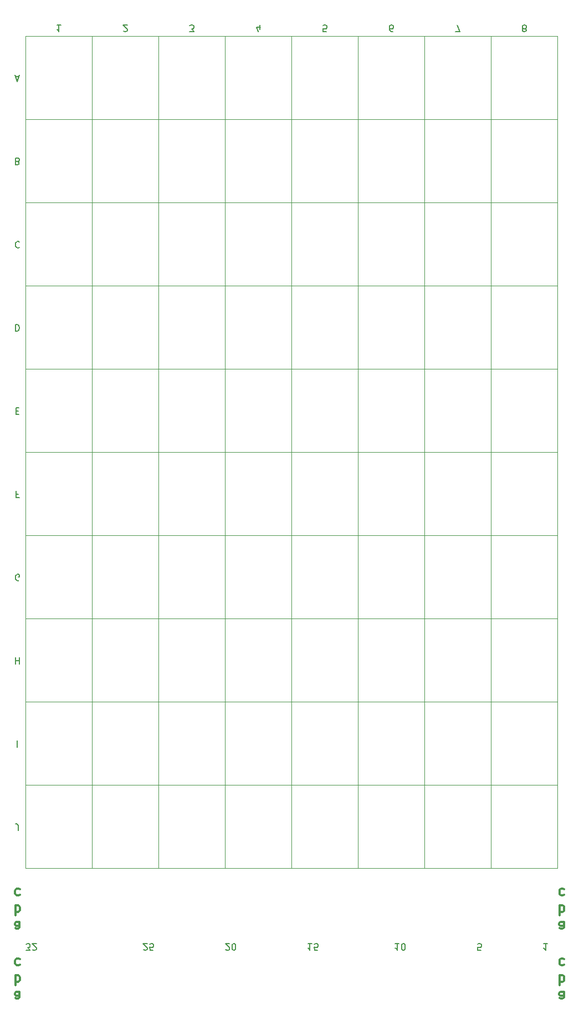
<source format=gbr>
G04 #@! TF.GenerationSoftware,KiCad,Pcbnew,(5.1.4-0-10_14)*
G04 #@! TF.CreationDate,2019-11-30T00:23:10+01:00*
G04 #@! TF.ProjectId,Eurocard_3U_VME,4575726f-6361-4726-945f-33555f564d45,rev?*
G04 #@! TF.SameCoordinates,Original*
G04 #@! TF.FileFunction,Legend,Bot*
G04 #@! TF.FilePolarity,Positive*
%FSLAX46Y46*%
G04 Gerber Fmt 4.6, Leading zero omitted, Abs format (unit mm)*
G04 Created by KiCad (PCBNEW (5.1.4-0-10_14)) date 2019-11-30 00:23:10*
%MOMM*%
%LPD*%
G04 APERTURE LIST*
%ADD10C,0.300000*%
%ADD11C,0.150000*%
%ADD12C,0.120000*%
G04 APERTURE END LIST*
D10*
X70837428Y-186023428D02*
X70837428Y-186809142D01*
X70766000Y-186952000D01*
X70623142Y-187023428D01*
X70337428Y-187023428D01*
X70194571Y-186952000D01*
X70837428Y-186094857D02*
X70694571Y-186023428D01*
X70337428Y-186023428D01*
X70194571Y-186094857D01*
X70123142Y-186237714D01*
X70123142Y-186380571D01*
X70194571Y-186523428D01*
X70337428Y-186594857D01*
X70694571Y-186594857D01*
X70837428Y-186666285D01*
X70194571Y-183473428D02*
X70194571Y-184973428D01*
X70194571Y-184402000D02*
X70337428Y-184473428D01*
X70623142Y-184473428D01*
X70766000Y-184402000D01*
X70837428Y-184330571D01*
X70908857Y-184187714D01*
X70908857Y-183759142D01*
X70837428Y-183616285D01*
X70766000Y-183544857D01*
X70623142Y-183473428D01*
X70337428Y-183473428D01*
X70194571Y-183544857D01*
X70873142Y-180994857D02*
X70730285Y-180923428D01*
X70444571Y-180923428D01*
X70301714Y-180994857D01*
X70230285Y-181066285D01*
X70158857Y-181209142D01*
X70158857Y-181637714D01*
X70230285Y-181780571D01*
X70301714Y-181852000D01*
X70444571Y-181923428D01*
X70730285Y-181923428D01*
X70873142Y-181852000D01*
X154022428Y-186023428D02*
X154022428Y-186809142D01*
X153951000Y-186952000D01*
X153808142Y-187023428D01*
X153522428Y-187023428D01*
X153379571Y-186952000D01*
X154022428Y-186094857D02*
X153879571Y-186023428D01*
X153522428Y-186023428D01*
X153379571Y-186094857D01*
X153308142Y-186237714D01*
X153308142Y-186380571D01*
X153379571Y-186523428D01*
X153522428Y-186594857D01*
X153879571Y-186594857D01*
X154022428Y-186666285D01*
X153379571Y-183473428D02*
X153379571Y-184973428D01*
X153379571Y-184402000D02*
X153522428Y-184473428D01*
X153808142Y-184473428D01*
X153951000Y-184402000D01*
X154022428Y-184330571D01*
X154093857Y-184187714D01*
X154093857Y-183759142D01*
X154022428Y-183616285D01*
X153951000Y-183544857D01*
X153808142Y-183473428D01*
X153522428Y-183473428D01*
X153379571Y-183544857D01*
X154058142Y-180994857D02*
X153915285Y-180923428D01*
X153629571Y-180923428D01*
X153486714Y-180994857D01*
X153415285Y-181066285D01*
X153343857Y-181209142D01*
X153343857Y-181637714D01*
X153415285Y-181780571D01*
X153486714Y-181852000D01*
X153629571Y-181923428D01*
X153915285Y-181923428D01*
X154058142Y-181852000D01*
D11*
X77151714Y-38411619D02*
X76580285Y-38411619D01*
X76866000Y-38411619D02*
X76866000Y-39411619D01*
X76770761Y-39268761D01*
X76675523Y-39173523D01*
X76580285Y-39125904D01*
X96852666Y-39411619D02*
X97471714Y-39411619D01*
X97138380Y-39030666D01*
X97281238Y-39030666D01*
X97376476Y-38983047D01*
X97424095Y-38935428D01*
X97471714Y-38840190D01*
X97471714Y-38602095D01*
X97424095Y-38506857D01*
X97376476Y-38459238D01*
X97281238Y-38411619D01*
X96995523Y-38411619D01*
X96900285Y-38459238D01*
X96852666Y-38506857D01*
X107536476Y-39078285D02*
X107536476Y-38411619D01*
X107298380Y-39459238D02*
X107060285Y-38744952D01*
X107679333Y-38744952D01*
X86740285Y-39316380D02*
X86787904Y-39364000D01*
X86883142Y-39411619D01*
X87121238Y-39411619D01*
X87216476Y-39364000D01*
X87264095Y-39316380D01*
X87311714Y-39221142D01*
X87311714Y-39125904D01*
X87264095Y-38983047D01*
X86692666Y-38411619D01*
X87311714Y-38411619D01*
X137492666Y-39411619D02*
X138159333Y-39411619D01*
X137730761Y-38411619D01*
X127856476Y-39411619D02*
X127666000Y-39411619D01*
X127570761Y-39364000D01*
X127523142Y-39316380D01*
X127427904Y-39173523D01*
X127380285Y-38983047D01*
X127380285Y-38602095D01*
X127427904Y-38506857D01*
X127475523Y-38459238D01*
X127570761Y-38411619D01*
X127761238Y-38411619D01*
X127856476Y-38459238D01*
X127904095Y-38506857D01*
X127951714Y-38602095D01*
X127951714Y-38840190D01*
X127904095Y-38935428D01*
X127856476Y-38983047D01*
X127761238Y-39030666D01*
X127570761Y-39030666D01*
X127475523Y-38983047D01*
X127427904Y-38935428D01*
X127380285Y-38840190D01*
X147890761Y-38983047D02*
X147795523Y-39030666D01*
X147747904Y-39078285D01*
X147700285Y-39173523D01*
X147700285Y-39221142D01*
X147747904Y-39316380D01*
X147795523Y-39364000D01*
X147890761Y-39411619D01*
X148081238Y-39411619D01*
X148176476Y-39364000D01*
X148224095Y-39316380D01*
X148271714Y-39221142D01*
X148271714Y-39173523D01*
X148224095Y-39078285D01*
X148176476Y-39030666D01*
X148081238Y-38983047D01*
X147890761Y-38983047D01*
X147795523Y-38935428D01*
X147747904Y-38887809D01*
X147700285Y-38792571D01*
X147700285Y-38602095D01*
X147747904Y-38506857D01*
X147795523Y-38459238D01*
X147890761Y-38411619D01*
X148081238Y-38411619D01*
X148176476Y-38459238D01*
X148224095Y-38506857D01*
X148271714Y-38602095D01*
X148271714Y-38792571D01*
X148224095Y-38887809D01*
X148176476Y-38935428D01*
X148081238Y-38983047D01*
X117744095Y-39411619D02*
X117267904Y-39411619D01*
X117220285Y-38935428D01*
X117267904Y-38983047D01*
X117363142Y-39030666D01*
X117601238Y-39030666D01*
X117696476Y-38983047D01*
X117744095Y-38935428D01*
X117791714Y-38840190D01*
X117791714Y-38602095D01*
X117744095Y-38506857D01*
X117696476Y-38459238D01*
X117601238Y-38411619D01*
X117363142Y-38411619D01*
X117267904Y-38459238D01*
X117220285Y-38506857D01*
X70277904Y-46317333D02*
X70754095Y-46317333D01*
X70182666Y-46031619D02*
X70516000Y-47031619D01*
X70849333Y-46031619D01*
X70587428Y-59255428D02*
X70730285Y-59207809D01*
X70777904Y-59160190D01*
X70825523Y-59064952D01*
X70825523Y-58922095D01*
X70777904Y-58826857D01*
X70730285Y-58779238D01*
X70635047Y-58731619D01*
X70254095Y-58731619D01*
X70254095Y-59731619D01*
X70587428Y-59731619D01*
X70682666Y-59684000D01*
X70730285Y-59636380D01*
X70777904Y-59541142D01*
X70777904Y-59445904D01*
X70730285Y-59350666D01*
X70682666Y-59303047D01*
X70587428Y-59255428D01*
X70254095Y-59255428D01*
X70825523Y-71526857D02*
X70777904Y-71479238D01*
X70635047Y-71431619D01*
X70539809Y-71431619D01*
X70396952Y-71479238D01*
X70301714Y-71574476D01*
X70254095Y-71669714D01*
X70206476Y-71860190D01*
X70206476Y-72003047D01*
X70254095Y-72193523D01*
X70301714Y-72288761D01*
X70396952Y-72384000D01*
X70539809Y-72431619D01*
X70635047Y-72431619D01*
X70777904Y-72384000D01*
X70825523Y-72336380D01*
X70254095Y-84131619D02*
X70254095Y-85131619D01*
X70492190Y-85131619D01*
X70635047Y-85084000D01*
X70730285Y-84988761D01*
X70777904Y-84893523D01*
X70825523Y-84703047D01*
X70825523Y-84560190D01*
X70777904Y-84369714D01*
X70730285Y-84274476D01*
X70635047Y-84179238D01*
X70492190Y-84131619D01*
X70254095Y-84131619D01*
X70301714Y-97355428D02*
X70635047Y-97355428D01*
X70777904Y-96831619D02*
X70301714Y-96831619D01*
X70301714Y-97831619D01*
X70777904Y-97831619D01*
X70658857Y-110055428D02*
X70325523Y-110055428D01*
X70325523Y-109531619D02*
X70325523Y-110531619D01*
X70801714Y-110531619D01*
X70777904Y-123184000D02*
X70682666Y-123231619D01*
X70539809Y-123231619D01*
X70396952Y-123184000D01*
X70301714Y-123088761D01*
X70254095Y-122993523D01*
X70206476Y-122803047D01*
X70206476Y-122660190D01*
X70254095Y-122469714D01*
X70301714Y-122374476D01*
X70396952Y-122279238D01*
X70539809Y-122231619D01*
X70635047Y-122231619D01*
X70777904Y-122279238D01*
X70825523Y-122326857D01*
X70825523Y-122660190D01*
X70635047Y-122660190D01*
X70230285Y-134931619D02*
X70230285Y-135931619D01*
X70230285Y-135455428D02*
X70801714Y-135455428D01*
X70801714Y-134931619D02*
X70801714Y-135931619D01*
X70516000Y-147631619D02*
X70516000Y-148631619D01*
X70658857Y-161331619D02*
X70658857Y-160617333D01*
X70611238Y-160474476D01*
X70516000Y-160379238D01*
X70373142Y-160331619D01*
X70277904Y-160331619D01*
D12*
X71786000Y-167134000D02*
X71786000Y-40134000D01*
X153066000Y-167134000D02*
X71786000Y-167134000D01*
X153066000Y-40134000D02*
X153066000Y-167134000D01*
X71786000Y-40134000D02*
X153066000Y-40134000D01*
X71786000Y-52834000D02*
X153066000Y-52834000D01*
X153066000Y-65534000D02*
X71786000Y-65534000D01*
X71786000Y-78234000D02*
X153066000Y-78234000D01*
X153066000Y-90934000D02*
X71786000Y-90934000D01*
X71786000Y-103634000D02*
X153066000Y-103634000D01*
X153066000Y-116334000D02*
X71786000Y-116334000D01*
X71786000Y-129034000D02*
X153066000Y-129034000D01*
X153066000Y-141734000D02*
X71786000Y-141734000D01*
X71786000Y-154434000D02*
X153066000Y-154434000D01*
X142906000Y-40134000D02*
X142906000Y-167134000D01*
X132746000Y-167134000D02*
X132746000Y-40134000D01*
X122586000Y-40134000D02*
X122586000Y-167134000D01*
X112426000Y-167134000D02*
X112426000Y-40134000D01*
X102266000Y-40134000D02*
X102266000Y-167134000D01*
X81946000Y-167134000D02*
X81946000Y-40134000D01*
X92106000Y-40134000D02*
X92106000Y-167134000D01*
D10*
X154022428Y-175355428D02*
X154022428Y-176141142D01*
X153951000Y-176284000D01*
X153808142Y-176355428D01*
X153522428Y-176355428D01*
X153379571Y-176284000D01*
X154022428Y-175426857D02*
X153879571Y-175355428D01*
X153522428Y-175355428D01*
X153379571Y-175426857D01*
X153308142Y-175569714D01*
X153308142Y-175712571D01*
X153379571Y-175855428D01*
X153522428Y-175926857D01*
X153879571Y-175926857D01*
X154022428Y-175998285D01*
X153379571Y-172805428D02*
X153379571Y-174305428D01*
X153379571Y-173734000D02*
X153522428Y-173805428D01*
X153808142Y-173805428D01*
X153951000Y-173734000D01*
X154022428Y-173662571D01*
X154093857Y-173519714D01*
X154093857Y-173091142D01*
X154022428Y-172948285D01*
X153951000Y-172876857D01*
X153808142Y-172805428D01*
X153522428Y-172805428D01*
X153379571Y-172876857D01*
X154058142Y-170326857D02*
X153915285Y-170255428D01*
X153629571Y-170255428D01*
X153486714Y-170326857D01*
X153415285Y-170398285D01*
X153343857Y-170541142D01*
X153343857Y-170969714D01*
X153415285Y-171112571D01*
X153486714Y-171184000D01*
X153629571Y-171255428D01*
X153915285Y-171255428D01*
X154058142Y-171184000D01*
X70837428Y-175355428D02*
X70837428Y-176141142D01*
X70766000Y-176284000D01*
X70623142Y-176355428D01*
X70337428Y-176355428D01*
X70194571Y-176284000D01*
X70837428Y-175426857D02*
X70694571Y-175355428D01*
X70337428Y-175355428D01*
X70194571Y-175426857D01*
X70123142Y-175569714D01*
X70123142Y-175712571D01*
X70194571Y-175855428D01*
X70337428Y-175926857D01*
X70694571Y-175926857D01*
X70837428Y-175998285D01*
X70194571Y-172805428D02*
X70194571Y-174305428D01*
X70194571Y-173734000D02*
X70337428Y-173805428D01*
X70623142Y-173805428D01*
X70766000Y-173734000D01*
X70837428Y-173662571D01*
X70908857Y-173519714D01*
X70908857Y-173091142D01*
X70837428Y-172948285D01*
X70766000Y-172876857D01*
X70623142Y-172805428D01*
X70337428Y-172805428D01*
X70194571Y-172876857D01*
X70873142Y-170326857D02*
X70730285Y-170255428D01*
X70444571Y-170255428D01*
X70301714Y-170326857D01*
X70230285Y-170398285D01*
X70158857Y-170541142D01*
X70158857Y-170969714D01*
X70230285Y-171112571D01*
X70301714Y-171184000D01*
X70444571Y-171255428D01*
X70730285Y-171255428D01*
X70873142Y-171184000D01*
D11*
X71841357Y-179619619D02*
X72460404Y-179619619D01*
X72127071Y-179238666D01*
X72269928Y-179238666D01*
X72365166Y-179191047D01*
X72412785Y-179143428D01*
X72460404Y-179048190D01*
X72460404Y-178810095D01*
X72412785Y-178714857D01*
X72365166Y-178667238D01*
X72269928Y-178619619D01*
X71984214Y-178619619D01*
X71888976Y-178667238D01*
X71841357Y-178714857D01*
X72841357Y-179524380D02*
X72888976Y-179572000D01*
X72984214Y-179619619D01*
X73222309Y-179619619D01*
X73317547Y-179572000D01*
X73365166Y-179524380D01*
X73412785Y-179429142D01*
X73412785Y-179333904D01*
X73365166Y-179191047D01*
X72793738Y-178619619D01*
X73412785Y-178619619D01*
X89793738Y-179524380D02*
X89841357Y-179572000D01*
X89936595Y-179619619D01*
X90174690Y-179619619D01*
X90269928Y-179572000D01*
X90317547Y-179524380D01*
X90365166Y-179429142D01*
X90365166Y-179333904D01*
X90317547Y-179191047D01*
X89746119Y-178619619D01*
X90365166Y-178619619D01*
X91269928Y-179619619D02*
X90793738Y-179619619D01*
X90746119Y-179143428D01*
X90793738Y-179191047D01*
X90888976Y-179238666D01*
X91127071Y-179238666D01*
X91222309Y-179191047D01*
X91269928Y-179143428D01*
X91317547Y-179048190D01*
X91317547Y-178810095D01*
X91269928Y-178714857D01*
X91222309Y-178667238D01*
X91127071Y-178619619D01*
X90888976Y-178619619D01*
X90793738Y-178667238D01*
X90746119Y-178714857D01*
X102365166Y-179524380D02*
X102412785Y-179572000D01*
X102508023Y-179619619D01*
X102746119Y-179619619D01*
X102841357Y-179572000D01*
X102888976Y-179524380D01*
X102936595Y-179429142D01*
X102936595Y-179333904D01*
X102888976Y-179191047D01*
X102317547Y-178619619D01*
X102936595Y-178619619D01*
X103555642Y-179619619D02*
X103650880Y-179619619D01*
X103746119Y-179572000D01*
X103793738Y-179524380D01*
X103841357Y-179429142D01*
X103888976Y-179238666D01*
X103888976Y-179000571D01*
X103841357Y-178810095D01*
X103793738Y-178714857D01*
X103746119Y-178667238D01*
X103650880Y-178619619D01*
X103555642Y-178619619D01*
X103460404Y-178667238D01*
X103412785Y-178714857D01*
X103365166Y-178810095D01*
X103317547Y-179000571D01*
X103317547Y-179238666D01*
X103365166Y-179429142D01*
X103412785Y-179524380D01*
X103460404Y-179572000D01*
X103555642Y-179619619D01*
X115508023Y-178619619D02*
X114936595Y-178619619D01*
X115222309Y-178619619D02*
X115222309Y-179619619D01*
X115127071Y-179476761D01*
X115031833Y-179381523D01*
X114936595Y-179333904D01*
X116412785Y-179619619D02*
X115936595Y-179619619D01*
X115888976Y-179143428D01*
X115936595Y-179191047D01*
X116031833Y-179238666D01*
X116269928Y-179238666D01*
X116365166Y-179191047D01*
X116412785Y-179143428D01*
X116460404Y-179048190D01*
X116460404Y-178810095D01*
X116412785Y-178714857D01*
X116365166Y-178667238D01*
X116269928Y-178619619D01*
X116031833Y-178619619D01*
X115936595Y-178667238D01*
X115888976Y-178714857D01*
X128841357Y-178619619D02*
X128269928Y-178619619D01*
X128555642Y-178619619D02*
X128555642Y-179619619D01*
X128460404Y-179476761D01*
X128365166Y-179381523D01*
X128269928Y-179333904D01*
X129460404Y-179619619D02*
X129555642Y-179619619D01*
X129650880Y-179572000D01*
X129698500Y-179524380D01*
X129746119Y-179429142D01*
X129793738Y-179238666D01*
X129793738Y-179000571D01*
X129746119Y-178810095D01*
X129698500Y-178714857D01*
X129650880Y-178667238D01*
X129555642Y-178619619D01*
X129460404Y-178619619D01*
X129365166Y-178667238D01*
X129317547Y-178714857D01*
X129269928Y-178810095D01*
X129222309Y-179000571D01*
X129222309Y-179238666D01*
X129269928Y-179429142D01*
X129317547Y-179524380D01*
X129365166Y-179572000D01*
X129460404Y-179619619D01*
X141365166Y-179619619D02*
X140888976Y-179619619D01*
X140841357Y-179143428D01*
X140888976Y-179191047D01*
X140984214Y-179238666D01*
X141222309Y-179238666D01*
X141317547Y-179191047D01*
X141365166Y-179143428D01*
X141412785Y-179048190D01*
X141412785Y-178810095D01*
X141365166Y-178714857D01*
X141317547Y-178667238D01*
X141222309Y-178619619D01*
X140984214Y-178619619D01*
X140888976Y-178667238D01*
X140841357Y-178714857D01*
X151508023Y-178619619D02*
X150936595Y-178619619D01*
X151222309Y-178619619D02*
X151222309Y-179619619D01*
X151127071Y-179476761D01*
X151031833Y-179381523D01*
X150936595Y-179333904D01*
M02*

</source>
